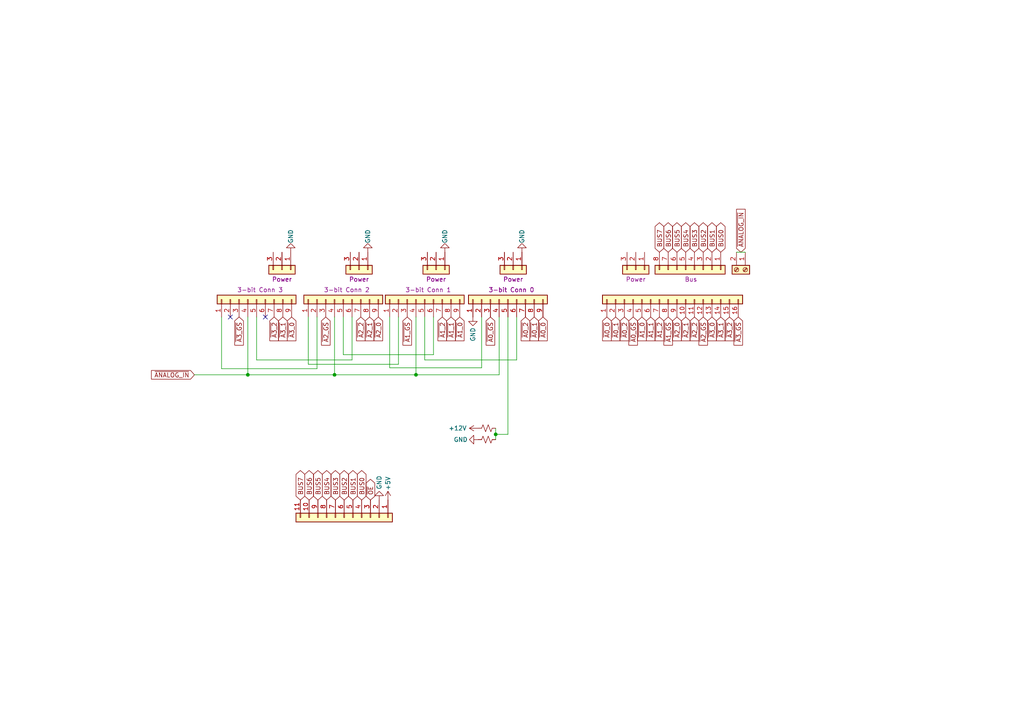
<source format=kicad_sch>
(kicad_sch (version 20211123) (generator eeschema)
  (paper "A4")
  (lib_symbols
    (symbol "Connector:Screw_Terminal_01x02" (pin_names (offset 1.016) hide)
      (property "Reference" "J" (at 0 2.54 0))
      (property "Value" "Screw_Terminal_01x02" (at 0 -5.08 0))
      (symbol "Screw_Terminal_01x02_1_1"
        (rectangle (start -1.27 1.27) (end 1.27 -3.81) (stroke (width 0.254)) (fill (type background)))
        (circle (center 0 -2.54) (radius 0.635) (stroke (width 0.1524)))
        (polyline (pts (xy -0.5334 -2.2098) (xy 0.3302 -3.048)) (stroke (width 0.1524)))
        (polyline (pts (xy -0.5334 0.3302) (xy 0.3302 -0.508)) (stroke (width 0.1524)))
        (polyline (pts (xy -0.3556 -2.032) (xy 0.508 -2.8702)) (stroke (width 0.1524)))
        (polyline (pts (xy -0.3556 0.508) (xy 0.508 -0.3302)) (stroke (width 0.1524)))
        (circle (center 0 0) (radius 0.635) (stroke (width 0.1524)))
        (pin passive line (at -5.08 0 0) (length 3.81) (name "Pin_1") (number "1"))
        (pin passive line (at -5.08 -2.54 0) (length 3.81) (name "Pin_2") (number "2"))
      )
    )
    (symbol "Connector_Generic:Conn_01x03" (pin_names (offset 1.016) hide)
      (property "Reference" "J" (at 0 5.08 0))
      (property "Value" "Conn_01x03" (at 0 -5.08 0))
      (symbol "Conn_01x03_1_1"
        (rectangle (start -1.27 -2.413) (end 0 -2.667) (stroke (width 0.1524)))
        (rectangle (start -1.27 0.127) (end 0 -0.127) (stroke (width 0.1524)))
        (rectangle (start -1.27 2.667) (end 0 2.413) (stroke (width 0.1524)))
        (rectangle (start -1.27 3.81) (end 1.27 -3.81) (stroke (width 0.254)) (fill (type background)))
        (pin passive line (at -5.08 2.54 0) (length 3.81) (name "Pin_1") (number "1"))
        (pin passive line (at -5.08 0 0) (length 3.81) (name "Pin_2") (number "2"))
        (pin passive line (at -5.08 -2.54 0) (length 3.81) (name "Pin_3") (number "3"))
      )
    )
    (symbol "Connector_Generic:Conn_01x08" (pin_names (offset 1.016) hide)
      (property "Reference" "J" (at 0 10.16 0))
      (property "Value" "Conn_01x08" (at 0 -12.7 0))
      (symbol "Conn_01x08_1_1"
        (rectangle (start -1.27 -10.033) (end 0 -10.287) (stroke (width 0.1524)))
        (rectangle (start -1.27 -7.493) (end 0 -7.747) (stroke (width 0.1524)))
        (rectangle (start -1.27 -4.953) (end 0 -5.207) (stroke (width 0.1524)))
        (rectangle (start -1.27 -2.413) (end 0 -2.667) (stroke (width 0.1524)))
        (rectangle (start -1.27 0.127) (end 0 -0.127) (stroke (width 0.1524)))
        (rectangle (start -1.27 2.667) (end 0 2.413) (stroke (width 0.1524)))
        (rectangle (start -1.27 5.207) (end 0 4.953) (stroke (width 0.1524)))
        (rectangle (start -1.27 7.747) (end 0 7.493) (stroke (width 0.1524)))
        (rectangle (start -1.27 8.89) (end 1.27 -11.43) (stroke (width 0.254)) (fill (type background)))
        (pin passive line (at -5.08 7.62 0) (length 3.81) (name "Pin_1") (number "1"))
        (pin passive line (at -5.08 5.08 0) (length 3.81) (name "Pin_2") (number "2"))
        (pin passive line (at -5.08 2.54 0) (length 3.81) (name "Pin_3") (number "3"))
        (pin passive line (at -5.08 0 0) (length 3.81) (name "Pin_4") (number "4"))
        (pin passive line (at -5.08 -2.54 0) (length 3.81) (name "Pin_5") (number "5"))
        (pin passive line (at -5.08 -5.08 0) (length 3.81) (name "Pin_6") (number "6"))
        (pin passive line (at -5.08 -7.62 0) (length 3.81) (name "Pin_7") (number "7"))
        (pin passive line (at -5.08 -10.16 0) (length 3.81) (name "Pin_8") (number "8"))
      )
    )
    (symbol "Connector_Generic:Conn_01x09" (pin_names (offset 1.016) hide)
      (property "Reference" "J" (at 0 12.7 0))
      (property "Value" "Conn_01x09" (at 0 -12.7 0))
      (symbol "Conn_01x09_1_1"
        (rectangle (start -1.27 -10.033) (end 0 -10.287) (stroke (width 0.1524)))
        (rectangle (start -1.27 -7.493) (end 0 -7.747) (stroke (width 0.1524)))
        (rectangle (start -1.27 -4.953) (end 0 -5.207) (stroke (width 0.1524)))
        (rectangle (start -1.27 -2.413) (end 0 -2.667) (stroke (width 0.1524)))
        (rectangle (start -1.27 0.127) (end 0 -0.127) (stroke (width 0.1524)))
        (rectangle (start -1.27 2.667) (end 0 2.413) (stroke (width 0.1524)))
        (rectangle (start -1.27 5.207) (end 0 4.953) (stroke (width 0.1524)))
        (rectangle (start -1.27 7.747) (end 0 7.493) (stroke (width 0.1524)))
        (rectangle (start -1.27 10.287) (end 0 10.033) (stroke (width 0.1524)))
        (rectangle (start -1.27 11.43) (end 1.27 -11.43) (stroke (width 0.254)) (fill (type background)))
        (pin passive line (at -5.08 10.16 0) (length 3.81) (name "Pin_1") (number "1"))
        (pin passive line (at -5.08 7.62 0) (length 3.81) (name "Pin_2") (number "2"))
        (pin passive line (at -5.08 5.08 0) (length 3.81) (name "Pin_3") (number "3"))
        (pin passive line (at -5.08 2.54 0) (length 3.81) (name "Pin_4") (number "4"))
        (pin passive line (at -5.08 0 0) (length 3.81) (name "Pin_5") (number "5"))
        (pin passive line (at -5.08 -2.54 0) (length 3.81) (name "Pin_6") (number "6"))
        (pin passive line (at -5.08 -5.08 0) (length 3.81) (name "Pin_7") (number "7"))
        (pin passive line (at -5.08 -7.62 0) (length 3.81) (name "Pin_8") (number "8"))
        (pin passive line (at -5.08 -10.16 0) (length 3.81) (name "Pin_9") (number "9"))
      )
    )
    (symbol "Connector_Generic:Conn_01x11" (pin_names (offset 1.016) hide)
      (property "Reference" "J" (at 0 15.24 0))
      (property "Value" "Conn_01x11" (at 0 -15.24 0))
      (symbol "Conn_01x11_1_1"
        (rectangle (start -1.27 -12.573) (end 0 -12.827) (stroke (width 0.1524)))
        (rectangle (start -1.27 -10.033) (end 0 -10.287) (stroke (width 0.1524)))
        (rectangle (start -1.27 -7.493) (end 0 -7.747) (stroke (width 0.1524)))
        (rectangle (start -1.27 -4.953) (end 0 -5.207) (stroke (width 0.1524)))
        (rectangle (start -1.27 -2.413) (end 0 -2.667) (stroke (width 0.1524)))
        (rectangle (start -1.27 0.127) (end 0 -0.127) (stroke (width 0.1524)))
        (rectangle (start -1.27 2.667) (end 0 2.413) (stroke (width 0.1524)))
        (rectangle (start -1.27 5.207) (end 0 4.953) (stroke (width 0.1524)))
        (rectangle (start -1.27 7.747) (end 0 7.493) (stroke (width 0.1524)))
        (rectangle (start -1.27 10.287) (end 0 10.033) (stroke (width 0.1524)))
        (rectangle (start -1.27 12.827) (end 0 12.573) (stroke (width 0.1524)))
        (rectangle (start -1.27 13.97) (end 1.27 -13.97) (stroke (width 0.254)) (fill (type background)))
        (pin passive line (at -5.08 12.7 0) (length 3.81) (name "Pin_1") (number "1"))
        (pin passive line (at -5.08 -10.16 0) (length 3.81) (name "Pin_10") (number "10"))
        (pin passive line (at -5.08 -12.7 0) (length 3.81) (name "Pin_11") (number "11"))
        (pin passive line (at -5.08 10.16 0) (length 3.81) (name "Pin_2") (number "2"))
        (pin passive line (at -5.08 7.62 0) (length 3.81) (name "Pin_3") (number "3"))
        (pin passive line (at -5.08 5.08 0) (length 3.81) (name "Pin_4") (number "4"))
        (pin passive line (at -5.08 2.54 0) (length 3.81) (name "Pin_5") (number "5"))
        (pin passive line (at -5.08 0 0) (length 3.81) (name "Pin_6") (number "6"))
        (pin passive line (at -5.08 -2.54 0) (length 3.81) (name "Pin_7") (number "7"))
        (pin passive line (at -5.08 -5.08 0) (length 3.81) (name "Pin_8") (number "8"))
        (pin passive line (at -5.08 -7.62 0) (length 3.81) (name "Pin_9") (number "9"))
      )
    )
    (symbol "Connector_Generic:Conn_01x16" (pin_names (offset 1.016) hide)
      (property "Reference" "J" (at 0 20.32 0))
      (property "Value" "Conn_01x16" (at 0 -22.86 0))
      (symbol "Conn_01x16_1_1"
        (rectangle (start -1.27 -20.193) (end 0 -20.447) (stroke (width 0.1524)))
        (rectangle (start -1.27 -17.653) (end 0 -17.907) (stroke (width 0.1524)))
        (rectangle (start -1.27 -15.113) (end 0 -15.367) (stroke (width 0.1524)))
        (rectangle (start -1.27 -12.573) (end 0 -12.827) (stroke (width 0.1524)))
        (rectangle (start -1.27 -10.033) (end 0 -10.287) (stroke (width 0.1524)))
        (rectangle (start -1.27 -7.493) (end 0 -7.747) (stroke (width 0.1524)))
        (rectangle (start -1.27 -4.953) (end 0 -5.207) (stroke (width 0.1524)))
        (rectangle (start -1.27 -2.413) (end 0 -2.667) (stroke (width 0.1524)))
        (rectangle (start -1.27 0.127) (end 0 -0.127) (stroke (width 0.1524)))
        (rectangle (start -1.27 2.667) (end 0 2.413) (stroke (width 0.1524)))
        (rectangle (start -1.27 5.207) (end 0 4.953) (stroke (width 0.1524)))
        (rectangle (start -1.27 7.747) (end 0 7.493) (stroke (width 0.1524)))
        (rectangle (start -1.27 10.287) (end 0 10.033) (stroke (width 0.1524)))
        (rectangle (start -1.27 12.827) (end 0 12.573) (stroke (width 0.1524)))
        (rectangle (start -1.27 15.367) (end 0 15.113) (stroke (width 0.1524)))
        (rectangle (start -1.27 17.907) (end 0 17.653) (stroke (width 0.1524)))
        (rectangle (start -1.27 19.05) (end 1.27 -21.59) (stroke (width 0.254)) (fill (type background)))
        (pin passive line (at -5.08 17.78 0) (length 3.81) (name "Pin_1") (number "1"))
        (pin passive line (at -5.08 -5.08 0) (length 3.81) (name "Pin_10") (number "10"))
        (pin passive line (at -5.08 -7.62 0) (length 3.81) (name "Pin_11") (number "11"))
        (pin passive line (at -5.08 -10.16 0) (length 3.81) (name "Pin_12") (number "12"))
        (pin passive line (at -5.08 -12.7 0) (length 3.81) (name "Pin_13") (number "13"))
        (pin passive line (at -5.08 -15.24 0) (length 3.81) (name "Pin_14") (number "14"))
        (pin passive line (at -5.08 -17.78 0) (length 3.81) (name "Pin_15") (number "15"))
        (pin passive line (at -5.08 -20.32 0) (length 3.81) (name "Pin_16") (number "16"))
        (pin passive line (at -5.08 15.24 0) (length 3.81) (name "Pin_2") (number "2"))
        (pin passive line (at -5.08 12.7 0) (length 3.81) (name "Pin_3") (number "3"))
        (pin passive line (at -5.08 10.16 0) (length 3.81) (name "Pin_4") (number "4"))
        (pin passive line (at -5.08 7.62 0) (length 3.81) (name "Pin_5") (number "5"))
        (pin passive line (at -5.08 5.08 0) (length 3.81) (name "Pin_6") (number "6"))
        (pin passive line (at -5.08 2.54 0) (length 3.81) (name "Pin_7") (number "7"))
        (pin passive line (at -5.08 0 0) (length 3.81) (name "Pin_8") (number "8"))
        (pin passive line (at -5.08 -2.54 0) (length 3.81) (name "Pin_9") (number "9"))
      )
    )
    (symbol "Device:R_Small_US" (pin_numbers hide) (pin_names (offset 0.254) hide)
      (property "Reference" "R" (at 0.762 0.508 0))
      (property "Value" "R_Small_US" (at 0.762 -1.016 0))
      (symbol "R_Small_US_1_1"
        (polyline (pts (xy 0 0) (xy 1.016 -0.381) (xy 0 -0.762) (xy -1.016 -1.143) (xy 0 -1.524)))
        (polyline (pts (xy 0 1.524) (xy 1.016 1.143) (xy 0 0.762) (xy -1.016 0.381) (xy 0 0)))
        (pin passive line (at 0 2.54 270) (length 1.016) (name "~") (number "1"))
        (pin passive line (at 0 -2.54 90) (length 1.016) (name "~") (number "2"))
      )
    )
    (symbol "power:+12V" (power) (pin_names (offset 0))
      (property "Value" "+12V" (at 0 3.556 0))
      (symbol "+12V_0_1"
        (polyline (pts (xy -0.762 1.27) (xy 0 2.54)))
        (polyline (pts (xy 0 0) (xy 0 2.54)))
        (polyline (pts (xy 0 2.54) (xy 0.762 1.27)))
      )
      (symbol "+12V_1_1"
        (pin power_in line (at 0 0 90) (length 0) hide (name "+12V") (number "1"))
      )
    )
    (symbol "power:+5V" (power) (pin_names (offset 0))
      (property "Value" "+5V" (at 0 3.556 0))
      (symbol "+5V_0_1"
        (polyline (pts (xy -0.762 1.27) (xy 0 2.54)))
        (polyline (pts (xy 0 0) (xy 0 2.54)))
        (polyline (pts (xy 0 2.54) (xy 0.762 1.27)))
      )
      (symbol "+5V_1_1"
        (pin power_in line (at 0 0 90) (length 0) hide (name "+5V") (number "1"))
      )
    )
    (symbol "power:GND" (power) (pin_names (offset 0))
      (property "Value" "GND" (at 0 -3.81 0))
      (symbol "GND_0_1"
        (polyline (pts (xy 0 0) (xy 0 -1.27) (xy 1.27 -1.27) (xy 0 -2.54) (xy -1.27 -1.27) (xy 0 -1.27)))
      )
      (symbol "GND_1_1"
        (pin power_in line (at 0 0 270) (length 0) hide (name "GND") (number "1"))
      )
    )
  )
  (junction (at 71.882 108.712))
  (junction (at 97.028 108.712))
  (junction (at 143.764 125.984))
  (junction (at 120.65 108.712))
  (no_connect (at 66.802 91.948))
  (no_connect (at 76.962 91.948))
  (wire (pts (xy 123.19 104.394) (xy 123.19 91.948)))
  (wire (pts (xy 102.108 104.394) (xy 102.108 91.948)))
  (wire (pts (xy 120.65 108.712) (xy 144.78 108.712)))
  (wire (pts (xy 143.764 124.206) (xy 143.764 125.984)))
  (wire (pts (xy 71.882 91.948) (xy 71.882 108.712)))
  (wire (pts (xy 147.32 91.948) (xy 147.32 125.984)))
  (wire (pts (xy 74.422 91.948) (xy 74.422 104.394)))
  (wire (pts (xy 144.78 91.948) (xy 144.78 108.712)))
  (wire (pts (xy 123.19 104.394) (xy 149.86 104.394)))
  (wire (pts (xy 115.57 91.948) (xy 115.57 105.664)))
  (wire (pts (xy 99.568 102.87) (xy 125.73 102.87)))
  (wire (pts (xy 139.7 106.68) (xy 113.03 106.68)))
  (wire (pts (xy 99.568 91.948) (xy 99.568 102.87)))
  (wire (pts (xy 56.388 108.712) (xy 71.882 108.712)))
  (wire (pts (xy 143.764 125.984) (xy 143.764 127.508)))
  (wire (pts (xy 113.03 106.68) (xy 113.03 91.948)))
  (wire (pts (xy 91.948 91.948) (xy 91.948 106.934)))
  (wire (pts (xy 125.73 91.948) (xy 125.73 102.87)))
  (wire (pts (xy 115.57 105.664) (xy 89.408 105.664)))
  (wire (pts (xy 71.882 108.712) (xy 97.028 108.712)))
  (wire (pts (xy 120.65 108.712) (xy 120.65 91.948)))
  (wire (pts (xy 64.262 106.934) (xy 64.262 91.948)))
  (wire (pts (xy 149.86 104.394) (xy 149.86 91.948)))
  (wire (pts (xy 74.422 104.394) (xy 102.108 104.394)))
  (wire (pts (xy 143.764 125.984) (xy 147.32 125.984)))
  (wire (pts (xy 89.408 105.664) (xy 89.408 91.948)))
  (wire (pts (xy 97.028 91.948) (xy 97.028 108.712)))
  (wire (pts (xy 139.7 91.948) (xy 139.7 106.68)))
  (wire (pts (xy 91.948 106.934) (xy 64.262 106.934)))
  (wire (pts (xy 97.028 108.712) (xy 120.65 108.712)))
  (wire (pts (xy 213.614 73.152) (xy 216.154 73.152)))
  (global_label "~{A2_0}" (shape input) (at 196.342 91.948 270) (property "Intersheet References" "${INTERSHEET_REFS}" (effects hide)))
  (global_label "~{A0_1}" (shape input) (at 154.94 91.948 270) (property "Intersheet References" "${INTERSHEET_REFS}" (effects hide)))
  (global_label "BUS6" (shape tri_state) (at 89.662 145.034 90) (property "Intersheet References" "${INTERSHEET_REFS}" (effects hide)))
  (global_label "~{A2_0}" (shape input) (at 109.728 91.948 270) (property "Intersheet References" "${INTERSHEET_REFS}" (effects hide)))
  (global_label "~{A3_GS}" (shape input) (at 69.342 91.948 270) (property "Intersheet References" "${INTERSHEET_REFS}" (effects hide)))
  (global_label "BUS2" (shape tri_state) (at 203.962 73.152 90) (property "Intersheet References" "${INTERSHEET_REFS}" (effects hide)))
  (global_label "~{A2_GS}" (shape input) (at 94.488 91.948 270) (property "Intersheet References" "${INTERSHEET_REFS}" (effects hide)))
  (global_label "~{A0_GS}" (shape input) (at 183.642 91.948 270) (property "Intersheet References" "${INTERSHEET_REFS}" (effects hide)))
  (global_label "~{A0_2}" (shape input) (at 181.102 91.948 270) (property "Intersheet References" "${INTERSHEET_REFS}" (effects hide)))
  (global_label "BUS0" (shape tri_state) (at 104.902 145.034 90) (property "Intersheet References" "${INTERSHEET_REFS}" (effects hide)))
  (global_label "~{ANALOG_IN}" (shape input) (at 214.884 73.152 90) (property "Intersheet References" "${INTERSHEET_REFS}" (effects hide)))
  (global_label "~{A3_0}" (shape input) (at 206.502 91.948 270) (property "Intersheet References" "${INTERSHEET_REFS}" (effects hide)))
  (global_label "~{A1_0}" (shape input) (at 186.182 91.948 270) (property "Intersheet References" "${INTERSHEET_REFS}" (effects hide)))
  (global_label "BUS5" (shape tri_state) (at 196.342 73.152 90) (property "Intersheet References" "${INTERSHEET_REFS}" (effects hide)))
  (global_label "~{OE}" (shape tri_state) (at 107.442 145.034 90) (property "Intersheet References" "${INTERSHEET_REFS}" (effects hide)))
  (global_label "~{A3_1}" (shape input) (at 209.042 91.948 270) (property "Intersheet References" "${INTERSHEET_REFS}" (effects hide)))
  (global_label "~{A2_2}" (shape input) (at 201.422 91.948 270) (property "Intersheet References" "${INTERSHEET_REFS}" (effects hide)))
  (global_label "~{A0_1}" (shape input) (at 178.562 91.948 270) (property "Intersheet References" "${INTERSHEET_REFS}" (effects hide)))
  (global_label "~{A3_0}" (shape input) (at 84.582 91.948 270) (property "Intersheet References" "${INTERSHEET_REFS}" (effects hide)))
  (global_label "~{A2_GS}" (shape input) (at 203.962 91.948 270) (property "Intersheet References" "${INTERSHEET_REFS}" (effects hide)))
  (global_label "~{ANALOG_IN}" (shape input) (at 56.388 108.712 180) (property "Intersheet References" "${INTERSHEET_REFS}" (effects hide)))
  (global_label "BUS1" (shape tri_state) (at 102.362 145.034 90) (property "Intersheet References" "${INTERSHEET_REFS}" (effects hide)))
  (global_label "~{A1_1}" (shape input) (at 188.722 91.948 270) (property "Intersheet References" "${INTERSHEET_REFS}" (effects hide)))
  (global_label "~{A0_0}" (shape input) (at 176.022 91.948 270) (property "Intersheet References" "${INTERSHEET_REFS}" (effects hide)))
  (global_label "BUS3" (shape tri_state) (at 97.282 145.034 90) (property "Intersheet References" "${INTERSHEET_REFS}" (effects hide)))
  (global_label "~{A3_2}" (shape input) (at 79.502 91.948 270) (property "Intersheet References" "${INTERSHEET_REFS}" (effects hide)))
  (global_label "BUS4" (shape tri_state) (at 198.882 73.152 90) (property "Intersheet References" "${INTERSHEET_REFS}" (effects hide)))
  (global_label "BUS0" (shape tri_state) (at 209.042 73.152 90) (property "Intersheet References" "${INTERSHEET_REFS}" (effects hide)))
  (global_label "BUS2" (shape tri_state) (at 99.822 145.034 90) (property "Intersheet References" "${INTERSHEET_REFS}" (effects hide)))
  (global_label "~{A3_2}" (shape input) (at 211.582 91.948 270) (property "Intersheet References" "${INTERSHEET_REFS}" (effects hide)))
  (global_label "~{A2_1}" (shape input) (at 107.188 91.948 270) (property "Intersheet References" "${INTERSHEET_REFS}" (effects hide)))
  (global_label "BUS7" (shape tri_state) (at 87.122 145.034 90) (property "Intersheet References" "${INTERSHEET_REFS}" (effects hide)))
  (global_label "BUS1" (shape tri_state) (at 206.502 73.152 90) (property "Intersheet References" "${INTERSHEET_REFS}" (effects hide)))
  (global_label "~{A1_1}" (shape input) (at 130.81 91.948 270) (property "Intersheet References" "${INTERSHEET_REFS}" (effects hide)))
  (global_label "BUS7" (shape tri_state) (at 191.262 73.152 90) (property "Intersheet References" "${INTERSHEET_REFS}" (effects hide)))
  (global_label "~{A2_1}" (shape input) (at 198.882 91.948 270) (property "Intersheet References" "${INTERSHEET_REFS}" (effects hide)))
  (global_label "~{A3_1}" (shape input) (at 82.042 91.948 270) (property "Intersheet References" "${INTERSHEET_REFS}" (effects hide)))
  (global_label "~{A0_2}" (shape input) (at 152.4 91.948 270) (property "Intersheet References" "${INTERSHEET_REFS}" (effects hide)))
  (global_label "BUS6" (shape tri_state) (at 193.802 73.152 90) (property "Intersheet References" "${INTERSHEET_REFS}" (effects hide)))
  (global_label "~{A3_GS}" (shape input) (at 214.122 91.948 270) (property "Intersheet References" "${INTERSHEET_REFS}" (effects hide)))
  (global_label "~{A1_GS}" (shape input) (at 118.11 91.948 270) (property "Intersheet References" "${INTERSHEET_REFS}" (effects hide)))
  (global_label "~{A0_0}" (shape input) (at 157.48 91.948 270) (property "Intersheet References" "${INTERSHEET_REFS}" (effects hide)))
  (global_label "~{A1_GS}" (shape input) (at 193.802 91.948 270) (property "Intersheet References" "${INTERSHEET_REFS}" (effects hide)))
  (global_label "~{A1_2}" (shape input) (at 191.262 91.948 270) (property "Intersheet References" "${INTERSHEET_REFS}" (effects hide)))
  (global_label "BUS4" (shape tri_state) (at 94.742 145.034 90) (property "Intersheet References" "${INTERSHEET_REFS}" (effects hide)))
  (global_label "BUS3" (shape tri_state) (at 201.422 73.152 90) (property "Intersheet References" "${INTERSHEET_REFS}" (effects hide)))
  (global_label "~{A1_0}" (shape input) (at 133.35 91.948 270) (property "Intersheet References" "${INTERSHEET_REFS}" (effects hide)))
  (global_label "~{A2_2}" (shape input) (at 104.648 91.948 270) (property "Intersheet References" "${INTERSHEET_REFS}" (effects hide)))
  (global_label "~{A0_GS}" (shape input) (at 142.24 91.948 270) (property "Intersheet References" "${INTERSHEET_REFS}" (effects hide)))
  (global_label "~{A1_2}" (shape input) (at 128.27 91.948 270) (property "Intersheet References" "${INTERSHEET_REFS}" (effects hide)))
  (global_label "BUS5" (shape tri_state) (at 92.202 145.034 90) (property "Intersheet References" "${INTERSHEET_REFS}" (effects hide)))
  (symbol (lib_id "power:GND") (at 151.384 73.152 180) (unit 1)
    (property "Reference" "#PWR06" (effects hide))
    (property "Value" "GND" (at 151.384 68.58 90))
  )
  (symbol (lib_id "Connector_Generic:Conn_01x09") (at 147.32 86.868 90) (unit 1)
    (property "Reference" "J8" (effects hide))
    (property "Value" "Conn_01x09" (effects hide))
    (property "Footprint" "Connector_PinSocket_2.54mm:PinSocket_1x09_P2.54mm_Vertical" (effects hide))
    (property "Field4" "3-bit Conn 0" (at 148.336 84.074 90))
  )
  (symbol (lib_id "power:GND") (at 106.68 73.152 180) (unit 1)
    (property "Reference" "#PWR02" (effects hide))
    (property "Value" "GND" (at 106.68 68.58 90))
  )
  (symbol (lib_id "Connector_Generic:Conn_01x16") (at 193.802 86.868 90) (unit 1)
    (property "Reference" "J11" (effects hide))
    (property "Value" "Conn_01x16" (effects hide))
    (property "Footprint" "Connector_PinSocket_2.54mm:PinSocket_1x16_P2.54mm_Vertical" (effects hide))
  )
  (symbol (lib_id "power:+12V") (at 138.684 124.206 90) (unit 1)
    (property "Reference" "#PWR04" (effects hide))
    (property "Value" "+12V" (at 135.382 124.206 90) (effects (justify left)))
  )
  (symbol (lib_id "Connector_Generic:Conn_01x09") (at 99.568 86.868 90) (unit 1)
    (property "Reference" "J4" (effects hide))
    (property "Value" "Conn_01x09" (effects hide))
    (property "Footprint" "Connector_PinSocket_2.54mm:PinSocket_1x09_P2.54mm_Vertical" (effects hide))
    (property "Field4" "3-bit Conn 2" (at 100.584 84.074 90))
  )
  (symbol (lib_id "Device:R_Small_US") (at 141.224 127.508 270) (unit 1)
    (property "Reference" "R2" (effects hide))
    (property "Value" "R_Small_US" (effects hide))
    (property "Footprint" "Resistor_SMD:R_0805_2012Metric" (effects hide))
  )
  (symbol (lib_id "Connector_Generic:Conn_01x09") (at 74.422 86.868 90) (unit 1)
    (property "Reference" "J2" (effects hide))
    (property "Value" "Conn_01x09" (effects hide))
    (property "Footprint" "Connector_PinSocket_2.54mm:PinSocket_1x09_P2.54mm_Vertical" (effects hide))
    (property "Field4" "3-bit Conn 3" (at 75.438 84.074 90))
  )
  (symbol (lib_id "Connector_Generic:Conn_01x03") (at 184.404 78.232 270) (unit 1)
    (property "Reference" "J10" (effects hide))
    (property "Value" "Conn_01x03" (effects hide))
    (property "Footprint" "Connector_PinSocket_2.54mm:PinSocket_1x03_P2.54mm_Vertical" (effects hide))
    (property "Field4" "Power" (at 184.404 81.026 90))
  )
  (symbol (lib_id "power:GND") (at 138.684 127.508 270) (unit 1)
    (property "Reference" "#PWR05" (effects hide))
    (property "Value" "GND" (at 133.604 127.508 90))
  )
  (symbol (lib_id "Connector_Generic:Conn_01x08") (at 201.422 78.232 270) (unit 1)
    (property "Reference" "J12" (effects hide))
    (property "Value" "Conn_01x08" (effects hide))
    (property "Footprint" "Connector_PinSocket_2.54mm:PinSocket_1x08_P2.54mm_Vertical" (effects hide))
    (property "Field4" "Bus" (at 200.406 81.026 90))
  )
  (symbol (lib_id "Connector_Generic:Conn_01x03") (at 81.788 78.232 270) (unit 1)
    (property "Reference" "J3" (effects hide))
    (property "Value" "Conn_01x03" (effects hide))
    (property "Footprint" "Connector_PinSocket_2.54mm:PinSocket_1x03_P2.54mm_Vertical" (effects hide))
    (property "Field4" "Power" (at 81.788 81.026 90))
  )
  (symbol (lib_id "power:+5V") (at 112.522 145.034 0) (unit 1)
    (property "Reference" "#PWR?" (effects hide))
    (property "Value" "+5V" (at 112.522 140.208 90))
  )
  (symbol (lib_id "power:GND") (at 109.982 145.034 180) (unit 1)
    (property "Reference" "#PWR?" (effects hide))
    (property "Value" "GND" (at 109.982 139.954 90))
  )
  (symbol (lib_id "Connector_Generic:Conn_01x09") (at 123.19 86.868 90) (unit 1)
    (property "Reference" "J6" (effects hide))
    (property "Value" "Conn_01x09" (effects hide))
    (property "Footprint" "Connector_PinSocket_2.54mm:PinSocket_1x09_P2.54mm_Vertical" (effects hide))
    (property "Field4" "3-bit Conn 1" (at 124.206 84.074 90))
  )
  (symbol (lib_id "Connector_Generic:Conn_01x03") (at 126.492 78.232 270) (unit 1)
    (property "Reference" "J7" (effects hide))
    (property "Value" "Conn_01x03" (effects hide))
    (property "Footprint" "Connector_PinSocket_2.54mm:PinSocket_1x03_P2.54mm_Vertical" (effects hide))
    (property "Field4" "Power" (at 126.492 81.026 90))
  )
  (symbol (lib_id "Connector_Generic:Conn_01x11") (at 99.822 150.114 270) (unit 1)
    (property "Reference" "J1" (effects hide))
    (property "Value" "Conn_01x11" (effects hide))
    (property "Footprint" "Connector_PinHeader_2.54mm:PinHeader_1x11_P2.54mm_Horizontal" (effects hide))
  )
  (symbol (lib_id "Connector_Generic:Conn_01x03") (at 104.14 78.232 270) (unit 1)
    (property "Reference" "J5" (effects hide))
    (property "Value" "Conn_01x03" (effects hide))
    (property "Footprint" "Connector_PinSocket_2.54mm:PinSocket_1x03_P2.54mm_Vertical" (effects hide))
    (property "Field4" "Power" (at 104.14 81.026 90))
  )
  (symbol (lib_id "Connector:Screw_Terminal_01x02") (at 216.154 78.232 270) (unit 1)
    (property "Reference" "J13" (effects hide))
    (property "Value" "Screw_Terminal_01x02" (effects hide))
    (property "Footprint" "TerminalBlock_TE-Connectivity:TerminalBlock_TE_282834-2_1x02_P2.54mm_Horizontal" (effects hide))
  )
  (symbol (lib_id "power:GND") (at 84.328 73.152 180) (unit 1)
    (property "Reference" "#PWR01" (effects hide))
    (property "Value" "GND" (at 84.328 68.58 90))
  )
  (symbol (lib_id "power:GND") (at 129.032 73.152 180) (unit 1)
    (property "Reference" "#PWR03" (effects hide))
    (property "Value" "GND" (at 129.032 68.58 90))
  )
  (symbol (lib_id "Connector_Generic:Conn_01x03") (at 148.844 78.232 270) (unit 1)
    (property "Reference" "J9" (effects hide))
    (property "Value" "Conn_01x03" (effects hide))
    (property "Footprint" "Connector_PinSocket_2.54mm:PinSocket_1x03_P2.54mm_Vertical" (effects hide))
    (property "Field4" "Power" (at 148.844 81.026 90))
  )
  (symbol (lib_id "Device:R_Small_US") (at 141.224 124.206 270) (unit 1)
    (property "Reference" "R1" (effects hide))
    (property "Value" "R_Small_US" (effects hide))
    (property "Footprint" "Resistor_SMD:R_0805_2012Metric" (effects hide))
  )
  (symbol (lib_id "power:GND") (at 137.16 91.948 0) (unit 1)
    (property "Reference" "#PWR0101" (effects hide))
    (property "Value" "GND" (at 137.16 97.028 90))
  )
)
</source>
